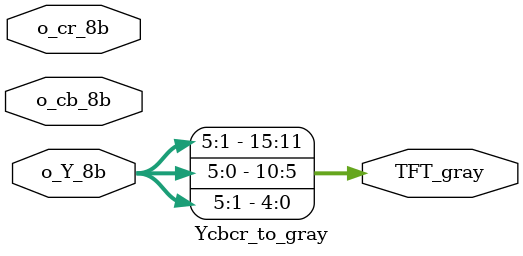
<source format=v>
module Ycbcr_to_gray (
    o_Y_8b,
    o_cb_8b,
    o_cr_8b,

    TFT_gray
);

input [7:0] o_Y_8b;
input [7:0] o_cb_8b;
input [7:0] o_cr_8b;

output [15:0] TFT_gray;

assign TFT_gray = {o_Y_8b[5:1], o_Y_8b[5:0], o_Y_8b[5:1]};

endmodule
</source>
